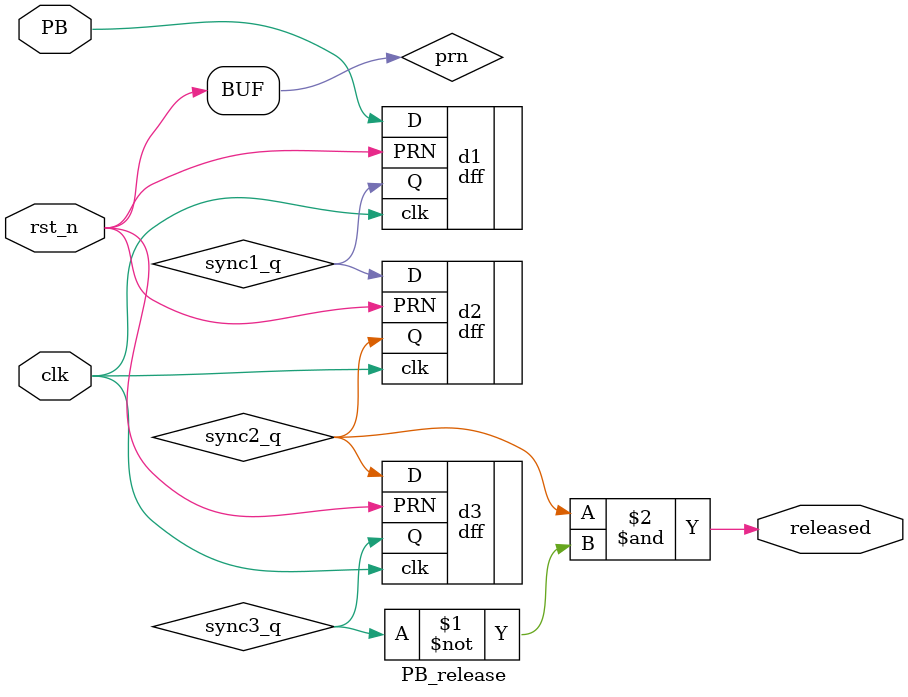
<source format=sv>
module PB_release (
    input  logic PB,
    input  logic clk,
    input  logic rst_n,
    output logic released
);

    logic sync1_q, sync2_q, sync3_q;
    logic prn;

    assign prn = rst_n; // rst_n as preset for DFFs

    // First synchronizing DFF
    dff d1 (
        .D(PB),
        .clk(clk),
        .Q(sync1_q),
        .PRN(prn)
    );

    // Second synchronizing DFF
    dff d2 (
        .D(sync1_q),
        .clk(clk),
        .Q(sync2_q),
        .PRN(prn)
    );

    // Third DFF for edge detection
    dff d3 (
        .D(sync2_q),
        .clk(clk),
        .Q(sync3_q),
        .PRN(prn)
    );

    // Rising edge detection
    assign released = sync2_q & ~sync3_q;

endmodule
</source>
